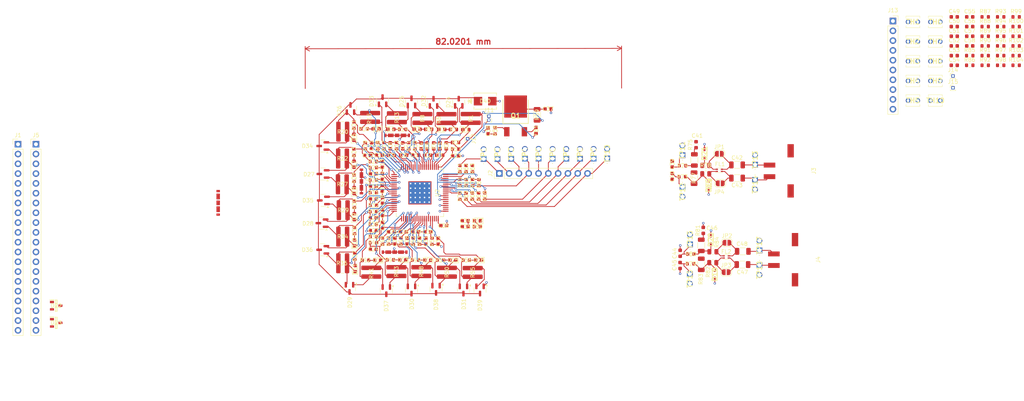
<source format=kicad_pcb>
(kicad_pcb
	(version 20240108)
	(generator "pcbnew")
	(generator_version "8.0")
	(general
		(thickness 1.6)
		(legacy_teardrops no)
	)
	(paper "A4")
	(layers
		(0 "F.Cu" signal)
		(1 "In1.Cu" signal)
		(2 "In2.Cu" signal)
		(31 "B.Cu" signal)
		(32 "B.Adhes" user "B.Adhesive")
		(33 "F.Adhes" user "F.Adhesive")
		(34 "B.Paste" user)
		(35 "F.Paste" user)
		(36 "B.SilkS" user "B.Silkscreen")
		(37 "F.SilkS" user "F.Silkscreen")
		(38 "B.Mask" user)
		(39 "F.Mask" user)
		(40 "Dwgs.User" user "User.Drawings")
		(41 "Cmts.User" user "User.Comments")
		(42 "Eco1.User" user "User.Eco1")
		(43 "Eco2.User" user "User.Eco2")
		(44 "Edge.Cuts" user)
		(45 "Margin" user)
		(46 "B.CrtYd" user "B.Courtyard")
		(47 "F.CrtYd" user "F.Courtyard")
		(48 "B.Fab" user)
		(49 "F.Fab" user)
		(50 "User.1" user)
		(51 "User.2" user)
		(52 "User.3" user)
		(53 "User.4" user)
		(54 "User.5" user)
		(55 "User.6" user)
		(56 "User.7" user)
		(57 "User.8" user)
		(58 "User.9" user)
	)
	(setup
		(stackup
			(layer "F.SilkS"
				(type "Top Silk Screen")
			)
			(layer "F.Paste"
				(type "Top Solder Paste")
			)
			(layer "F.Mask"
				(type "Top Solder Mask")
				(thickness 0.01)
			)
			(layer "F.Cu"
				(type "copper")
				(thickness 0.035)
			)
			(layer "dielectric 1"
				(type "prepreg")
				(thickness 0.1)
				(material "FR4")
				(epsilon_r 4.5)
				(loss_tangent 0.02)
			)
			(layer "In1.Cu"
				(type "copper")
				(thickness 0.035)
			)
			(layer "dielectric 2"
				(type "core")
				(thickness 1.24)
				(material "FR4")
				(epsilon_r 4.5)
				(loss_tangent 0.02)
			)
			(layer "In2.Cu"
				(type "copper")
				(thickness 0.035)
			)
			(layer "dielectric 3"
				(type "prepreg")
				(thickness 0.1)
				(material "FR4")
				(epsilon_r 4.5)
				(loss_tangent 0.02)
			)
			(layer "B.Cu"
				(type "copper")
				(thickness 0.035)
			)
			(layer "B.Mask"
				(type "Bottom Solder Mask")
				(thickness 0.01)
			)
			(layer "B.Paste"
				(type "Bottom Solder Paste")
			)
			(layer "B.SilkS"
				(type "Bottom Silk Screen")
			)
			(copper_finish "None")
			(dielectric_constraints no)
		)
		(pad_to_mask_clearance 0)
		(allow_soldermask_bridges_in_footprints no)
		(pcbplotparams
			(layerselection 0x00010fc_ffffffff)
			(plot_on_all_layers_selection 0x0000000_00000000)
			(disableapertmacros no)
			(usegerberextensions no)
			(usegerberattributes yes)
			(usegerberadvancedattributes yes)
			(creategerberjobfile yes)
			(dashed_line_dash_ratio 12.000000)
			(dashed_line_gap_ratio 3.000000)
			(svgprecision 4)
			(plotframeref no)
			(viasonmask no)
			(mode 1)
			(useauxorigin no)
			(hpglpennumber 1)
			(hpglpenspeed 20)
			(hpglpendiameter 15.000000)
			(pdf_front_fp_property_popups yes)
			(pdf_back_fp_property_popups yes)
			(dxfpolygonmode yes)
			(dxfimperialunits yes)
			(dxfusepcbnewfont yes)
			(psnegative no)
			(psa4output no)
			(plotreference yes)
			(plotvalue yes)
			(plotfptext yes)
			(plotinvisibletext no)
			(sketchpadsonfab no)
			(subtractmaskfromsilk no)
			(outputformat 1)
			(mirror no)
			(drillshape 1)
			(scaleselection 1)
			(outputdirectory "")
		)
	)
	(net 0 "")
	(net 1 "/FilterBalancingNetwork/CB")
	(net 2 "/FilterBalancingNetwork/CB:A")
	(net 3 "/FilterBalancingNetwork/CA")
	(net 4 "/Cell 15{slash}16")
	(net 5 "/FilterBalancingNetwork/SBP")
	(net 6 "/Cell 15{slash}14")
	(net 7 "/FilterBalancingNetwork/SAP")
	(net 8 "/FilterBalancingNetwork1/CB:A")
	(net 9 "/FilterBalancingNetwork1/CB")
	(net 10 "/FilterBalancingNetwork1/CA")
	(net 11 "/Cell 14{slash}13")
	(net 12 "/FilterBalancingNetwork1/SBP")
	(net 13 "/Cell 13{slash}12")
	(net 14 "/FilterBalancingNetwork1/SAP")
	(net 15 "/FilterBalancingNetwork2/CB:A")
	(net 16 "/FilterBalancingNetwork2/CB")
	(net 17 "/FilterBalancingNetwork2/CA")
	(net 18 "/Cell 12{slash}11")
	(net 19 "/FilterBalancingNetwork2/SBP")
	(net 20 "/FilterBalancingNetwork2/SAP")
	(net 21 "/Cell 11{slash}10")
	(net 22 "/FilterBalancingNetwork3/CB:A")
	(net 23 "/FilterBalancingNetwork3/CB")
	(net 24 "/FilterBalancingNetwork3/CA")
	(net 25 "/FilterBalancingNetwork3/SBP")
	(net 26 "/Cell 10{slash}9")
	(net 27 "/FilterBalancingNetwork3/SAP")
	(net 28 "/Cell 9{slash}8")
	(net 29 "/FilterBalancingNetwork4/CB:A")
	(net 30 "/FilterBalancingNetwork4/CB")
	(net 31 "/FilterBalancingNetwork4/CA")
	(net 32 "/FilterBalancingNetwork4/SBP")
	(net 33 "/Cell 8{slash}7")
	(net 34 "/Cell 7{slash}6")
	(net 35 "/FilterBalancingNetwork4/SAP")
	(net 36 "/FilterBalancingNetwork5/CB:A")
	(net 37 "/FilterBalancingNetwork5/CB")
	(net 38 "/FilterBalancingNetwork5/CA")
	(net 39 "/FilterBalancingNetwork5/SBP")
	(net 40 "/Cell 6{slash}5")
	(net 41 "/Cell 5{slash}4")
	(net 42 "/FilterBalancingNetwork5/SAP")
	(net 43 "/FilterBalancingNetwork6/CB")
	(net 44 "/FilterBalancingNetwork6/CB:A")
	(net 45 "/FilterBalancingNetwork6/CA")
	(net 46 "/FilterBalancingNetwork6/SBP")
	(net 47 "/Cell 4{slash}3")
	(net 48 "/Cell 3{slash}2")
	(net 49 "/FilterBalancingNetwork6/SAP")
	(net 50 "/FilterBalancingNetwork7/CB:A")
	(net 51 "/FilterBalancingNetwork7/CB")
	(net 52 "/FilterBalancingNetwork7/CA")
	(net 53 "/FilterBalancingNetwork7/SBP")
	(net 54 "/Cell 2{slash}1")
	(net 55 "GND")
	(net 56 "/FilterBalancingNetwork7/SAP")
	(net 57 "Net-(U2-V+)")
	(net 58 "Net-(U2-VREF1)")
	(net 59 "Net-(U2-VREF2)")
	(net 60 "+5V")
	(net 61 "Net-(Q1-C)")
	(net 62 "Net-(U2-DRIVE)")
	(net 63 "Net-(U2-IPB)")
	(net 64 "Net-(U2-IMB)")
	(net 65 "Net-(C41-Pad2)")
	(net 66 "Net-(J3-Pin_1)")
	(net 67 "Net-(J3-Pin_2)")
	(net 68 "Net-(U2-CSB(IMA))")
	(net 69 "Net-(U2-SCK(IPA))")
	(net 70 "Net-(C46-Pad2)")
	(net 71 "Net-(J4-Pin_1)")
	(net 72 "Clamp")
	(net 73 "Net-(J4-Pin_2)")
	(net 74 "Net-(D1-A)")
	(net 75 "Net-(D2-A)")
	(net 76 "Net-(D3-A)")
	(net 77 "Net-(D4-A)")
	(net 78 "Net-(D5-A)")
	(net 79 "Net-(D6-A)")
	(net 80 "Net-(D7-A)")
	(net 81 "Net-(D8-A)")
	(net 82 "Net-(D9-A)")
	(net 83 "Net-(D10-A)")
	(net 84 "Net-(D11-A)")
	(net 85 "Net-(D12-A)")
	(net 86 "Net-(D13-A)")
	(net 87 "Net-(D14-A)")
	(net 88 "Net-(D15-A)")
	(net 89 "Net-(D16-A)")
	(net 90 "Net-(D17-A)")
	(net 91 "Net-(Q1-E)")
	(net 92 "Net-(Q1-B)")
	(net 93 "VBUS")
	(net 94 "Net-(J2-Pin_1)")
	(net 95 "Net-(U2-GPIO1)")
	(net 96 "Net-(J2-Pin_2)")
	(net 97 "Net-(U2-GPIO2)")
	(net 98 "Net-(U2-GPIO3)")
	(net 99 "Net-(J2-Pin_3)")
	(net 100 "Net-(J2-Pin_4)")
	(net 101 "/TMP_SDA")
	(net 102 "Net-(J2-Pin_5)")
	(net 103 "/TMP_SCL")
	(net 104 "Net-(J2-Pin_6)")
	(net 105 "Net-(U2-GPIO6)")
	(net 106 "Net-(J2-Pin_7)")
	(net 107 "Net-(U2-GPIO7)")
	(net 108 "Net-(U2-GPIO8)")
	(net 109 "Net-(J2-Pin_8)")
	(net 110 "Net-(U2-GPIO9)")
	(net 111 "Net-(J2-Pin_9)")
	(net 112 "Net-(J2-Pin_10)")
	(net 113 "Net-(U2-GPIO10)")
	(net 114 "Net-(D19-A2)")
	(net 115 "Net-(D21-A2)")
	(net 116 "Net-(D18-A2)")
	(net 117 "Net-(D20-A2)")
	(net 118 "unconnected-(U2-NC-Pad66)")
	(net 119 "/NTC/V_out_1")
	(net 120 "/NTC/V_out_5")
	(net 121 "/NTC/V_out_2")
	(net 122 "/NTC/V_out_6")
	(net 123 "/NTC/V_out_3")
	(net 124 "/NTC/V_out_7")
	(net 125 "/NTC/V_out_4")
	(net 126 "/NTC/V_out_8")
	(net 127 "/NTC/V_out_9")
	(net 128 "/NTC/V_out_10")
	(net 129 "Net-(JP4-B)")
	(net 130 "Net-(JP1-B)")
	(net 131 "Net-(JP3-B)")
	(net 132 "Net-(JP2-B)")
	(net 133 "Net-(JP4-A)")
	(net 134 "Net-(JP1-A)")
	(net 135 "Net-(JP2-A)")
	(net 136 "Net-(JP3-A)")
	(net 137 "Net-(R85-Pad2)")
	(net 138 "Net-(R86-Pad2)")
	(net 139 "Net-(R88-Pad2)")
	(net 140 "Net-(R90-Pad2)")
	(net 141 "Net-(R92-Pad2)")
	(net 142 "Net-(R94-Pad2)")
	(net 143 "Net-(R97-Pad2)")
	(net 144 "Net-(R100-Pad1)")
	(net 145 "Net-(R101-Pad2)")
	(net 146 "Net-(R103-Pad2)")
	(footprint "Resistor_SMD:R_0603_1608Metric" (layer "F.Cu") (at 107.07 69.04 -90))
	(footprint "Resistor_SMD:R_0805_2012Metric" (layer "F.Cu") (at 198.27875 79.495))
	(footprint "Capacitor_SMD:C_0603_1608Metric" (layer "F.Cu") (at 197.6375 96.34 -90))
	(footprint "Capacitor_SMD:C_0603_1608Metric" (layer "F.Cu") (at 262.71 40.99))
	(footprint "Resistor_SMD:R_0603_1608Metric" (layer "F.Cu") (at 112.15 97.95))
	(footprint "Resistor_SMD:R_1206_3216Metric" (layer "F.Cu") (at 154.55 66.38 90))
	(footprint "Slave:5025" (layer "F.Cu") (at 162.11 77.74 90))
	(footprint "Resistor_SMD:R_1020_2550Metric" (layer "F.Cu") (at 118.09 107.03 90))
	(footprint "LED_SMD:LED_0603_1608Metric" (layer "F.Cu") (at 139.065 93.855 180))
	(footprint "Slave:SMBJ75A-13-F" (layer "F.Cu") (at 141.09 62.83))
	(footprint "Capacitor_SMD:C_0603_1608Metric" (layer "F.Cu") (at 262.71 48.52))
	(footprint "Slave:5025" (layer "F.Cu") (at 192.22875 76.855 90))
	(footprint "Capacitor_SMD:C_0603_1608Metric" (layer "F.Cu") (at 123.06 76.84 180))
	(footprint "Resistor_SMD:R_0603_1608Metric" (layer "F.Cu") (at 118.12 74.39 -90))
	(footprint "Resistor_SMD:R_1020_2550Metric" (layer "F.Cu") (at 111.57 107.18 90))
	(footprint "Slave:5025" (layer "F.Cu") (at 169.2 77.72 90))
	(footprint "Slave:5025" (layer "F.Cu") (at 147.83 77.77 90))
	(footprint "Package_TO_SOT_SMD:SOT-23" (layer "F.Cu") (at 127.7 63.15 90))
	(footprint "Resistor_SMD:R_0603_1608Metric" (layer "F.Cu") (at 274.74 46.01))
	(footprint "Resistor_SMD:R_0603_1608Metric" (layer "F.Cu") (at 112.1 86.56))
	(footprint "Slave:NTCLE203E3103JB0" (layer "F.Cu") (at 250.722 42.285))
	(footprint "Resistor_SMD:R_0603_1608Metric" (layer "F.Cu") (at 194.3575 105))
	(footprint "Package_TO_SOT_SMD:SOT-23" (layer "F.Cu") (at 139.76 111.78 -90))
	(footprint "Resistor_SMD:R_0603_1608Metric" (layer "F.Cu") (at 139.4 87.45 -90))
	(footprint "LED_SMD:LED_0603_1608Metric" (layer "F.Cu") (at 139.402501 104.029999 180))
	(footprint "Jumper:SolderJumper-2_P1.3mm_Open_RoundedPad1.0x1.5mm" (layer "F.Cu") (at 203.5675 107.17))
	(footprint "Resistor_SMD:R_0603_1608Metric" (layer "F.Cu") (at 107.12 82.8 -90))
	(footprint "Resistor_SMD:R_0603_1608Metric" (layer "F.Cu") (at 134.54 80.33 90))
	(footprint "Inductor_SMD:L_0603_1608Metric" (layer "F.Cu") (at 154.28 70.44 -90))
	(footprint "LED_SMD:LED_0603_1608Metric" (layer "F.Cu") (at 107.4 106.26 90))
	(footprint "Package_TO_SOT_SMD:SOT-23" (layer "F.Cu") (at 114.49 62.72 90))
	(footprint "Capacitor_SMD:C_0603_1608Metric" (layer "F.Cu") (at 119.94 76.85 180))
	(footprint "Resistor_SMD:R_0603_1608Metric" (layer "F.Cu") (at 107.09 76.07 -90))
	(footprint "Capacitor_SMD:C_1206_3216Metric" (layer "F.Cu") (at 207.7925 105.2))
	(footprint "Resistor_SMD:R_0603_1608Metric" (layer "F.Cu") (at 132.85 70.18 180))
	(footprint "Slave:MJD31CAJ" (layer "F.Cu") (at 148.98 66.66))
	(footprint "Capacitor_SMD:C_0603_1608Metric" (layer "F.Cu") (at 189.59875 82.335 -90))
	(footprint "Slave:NTCLE203E3103JB0" (layer "F.Cu") (at 256.536 42.285))
	(footprint "Resistor_SMD:R_0603_1608Metric" (layer "F.Cu") (at 123 104.04))
	(footprint "Capacitor_SMD:C_1206_3216Metric"
		(layer "F.Cu")
		(uuid "2e4eec28-ece9-4c8e-90eb-4f23ef96c780")
		(at 206.39875 82.785 180)
		(descr "Capacitor SMD 1206 (3216 Metric), square (rectangular) end terminal, IPC_7351 nominal, (Body size source: IPC-SM-782 page 76, https://www.pcb-3d.com/wordpress/wp-content/uploads/ipc-sm-782a_amendment_1_and_2.pdf), generated with kicad-footprint-generator")
		(tags "capacitor")
		(property "Reference" "C43"
			(at 0 -1.85 180)
			(layer "F.SilkS")
			(uuid "9b9432ed-917d-40ca-a066-582269254049")
			(effects
				(font
					(size 1 1)
					(thickness 0.15)
				)
			)
		)
		(property "Value" "22n"
			(at 0 1.85 180)
			(layer "F.Fab")
			(hide yes)
			(uuid "1cc617f7-0f48-4fa2-9d12-029fa621314b")
			(effects
				(font
					(size 1 1)
					(thickness 0.15)
				)
			)
		)
		(property "Footprint" "Capacitor_SMD:C_1206_3216Metric"
			(at 0 0 180)
			(unlocked yes)
			(layer "F.Fab")
			(hide yes)
			(uuid "0c8bd520-9ded-48b8-995a-96e25bfcc3fe")
			(effects
				(font
					(size 1.27 1.27)
				)
			)
		)
		(property "Datasheet" ""
			(at 0 0 180)
			(unlocked yes)
			(layer "F.Fab")
			(hide yes)
			(uuid "8c51c25d-3b33-443c-bbd8-a83d225e72e2")
			(effects
				(font
					(size 1.27 1.27)
				)
			)
		)
		(property "Description" "Unpolarized capacitor"
			(at 0 0 1
... [1362457 chars truncated]
</source>
